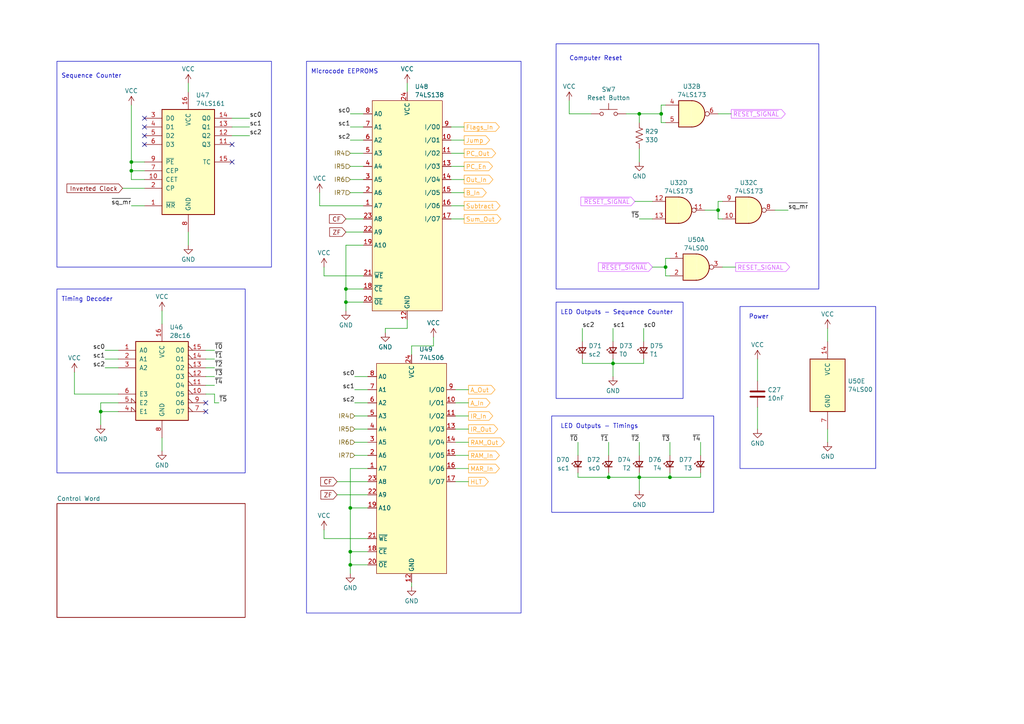
<source format=kicad_sch>
(kicad_sch (version 20230121) (generator eeschema)
  (paper "A4")
  (title_block (title "Control Logic") (date "2024-01-23") (rev "1.0"))
  (lib_symbols
    (symbol "28C16_1"
      (property "Reference" "U" (at 5.08 31.75 0))
      (symbol "28C16_1_0_0"
        (text "" (at 8.89 16.51 0) (effects (font (size 1.27 1.27))))
      )
      (symbol "28C16_1_0_1"
        (rectangle (start -10.16 30.48) (end 10.16 -30.48) (stroke (width 0.1524)) (fill (type background)))
      )
      (symbol "28C16_1_1_1"
        (pin input line (at -12.7 0 0) (length 2.54) (name "A7") (number "1"))
        (pin bidirectional line (at 12.7 19.05 180) (length 2.54) (name "I/O1") (number "10"))
        (pin bidirectional line (at 12.7 15.24 180) (length 2.54) (name "I/O2") (number "11"))
        (pin power_in line (at 0 -33.02 90) (length 2.54) (name "GND") (number "12"))
        (pin bidirectional line (at 12.7 11.43 180) (length 2.54) (name "I/O3") (number "13"))
        (pin bidirectional line (at 12.7 7.62 180) (length 2.54) (name "I/O4") (number "14"))
        (pin bidirectional line (at 12.7 3.81 180) (length 2.54) (name "I/O5") (number "15"))
        (pin bidirectional line (at 12.7 0 180) (length 2.54) (name "I/O6") (number "16"))
        (pin bidirectional line (at 12.7 -3.81 180) (length 2.54) (name "I/O7") (number "17"))
        (pin input line (at -12.7 -24.13 0) (length 2.54) (name "~{CE}") (number "18"))
        (pin input line (at -12.7 -11.43 0) (length 2.54) (name "A10") (number "19"))
        (pin input line (at -12.7 3.81 0) (length 2.54) (name "A6") (number "2"))
        (pin input line (at -12.7 -27.94 0) (length 2.54) (name "~{OE}") (number "20"))
        (pin input line (at -12.7 -20.32 0) (length 2.54) (name "~{WE}") (number "21"))
        (pin input line (at -12.7 -7.62 0) (length 2.54) (name "A9") (number "22"))
        (pin input line (at -12.7 -3.81 0) (length 2.54) (name "A8") (number "23"))
        (pin power_in line (at 0 33.02 270) (length 2.54) (name "VCC") (number "24"))
        (pin input line (at -12.7 7.62 0) (length 2.54) (name "A5") (number "3"))
        (pin input line (at -12.7 11.43 0) (length 2.54) (name "A4") (number "4"))
        (pin input line (at -12.7 15.24 0) (length 2.54) (name "A3") (number "5"))
        (pin input line (at -12.7 19.05 0) (length 2.54) (name "A2") (number "6"))
        (pin input line (at -12.7 22.86 0) (length 2.54) (name "A1") (number "7"))
        (pin input line (at -12.7 26.67 0) (length 2.54) (name "A0") (number "8"))
        (pin bidirectional line (at 12.7 22.86 180) (length 2.54) (name "I/O0") (number "9"))
      )
    )
    (symbol "74xx:74LS00" (pin_names (offset 1.016))
      (property "Reference" "U" (at 0 1.27 0))
      (property "Value" "74LS00" (at 0 -1.27 0))
      (symbol "74LS00_1_1"
        (arc (start 0 -3.81) (mid 3.7934 0) (end 0 3.81) (stroke (width 0.254)) (fill (type background)))
        (polyline (pts (xy 0 3.81) (xy -3.81 3.81) (xy -3.81 -3.81) (xy 0 -3.81)) (stroke (width 0.254)) (fill (type background)))
        (pin input line (at -7.62 2.54 0) (length 3.81) (name "~") (number "1"))
        (pin input line (at -7.62 -2.54 0) (length 3.81) (name "~") (number "2"))
        (pin output inverted (at 7.62 0 180) (length 3.81) (name "~") (number "3"))
      )
      (symbol "74LS00_1_2"
        (arc (start -3.81 -3.81) (mid -2.589 0) (end -3.81 3.81) (stroke (width 0.254)))
        (arc (start -0.6096 -3.81) (mid 2.1842 -2.5851) (end 3.81 0) (stroke (width 0.254)) (fill (type background)))
        (polyline (pts (xy -3.81 -3.81) (xy -0.635 -3.81)) (stroke (width 0.254)) (fill (type background)))
        (polyline (pts (xy -3.81 3.81) (xy -0.635 3.81)) (stroke (width 0.254)) (fill (type background)))
        (polyline (pts (xy -0.635 3.81) (xy -3.81 3.81) (xy -3.81 3.81) (xy -3.556 3.4036) (xy -3.0226 2.2606) (xy -2.6924 1.0414) (xy -2.6162 -0.254) (xy -2.7686 -1.4986) (xy -3.175 -2.7178) (xy -3.81 -3.81) (xy -3.81 -3.81) (xy -0.635 -3.81)) (stroke (width -25.4)) (fill (type background)))
        (arc (start 3.81 0) (mid 2.1915 2.5936) (end -0.6096 3.81) (stroke (width 0.254)) (fill (type background)))
        (pin input inverted (at -7.62 2.54 0) (length 4.318) (name "~") (number "1"))
        (pin input inverted (at -7.62 -2.54 0) (length 4.318) (name "~") (number "2"))
        (pin output line (at 7.62 0 180) (length 3.81) (name "~") (number "3"))
      )
      (symbol "74LS00_2_1"
        (arc (start 0 -3.81) (mid 3.7934 0) (end 0 3.81) (stroke (width 0.254)) (fill (type background)))
        (polyline (pts (xy 0 3.81) (xy -3.81 3.81) (xy -3.81 -3.81) (xy 0 -3.81)) (stroke (width 0.254)) (fill (type background)))
        (pin input line (at -7.62 2.54 0) (length 3.81) (name "~") (number "4"))
        (pin input line (at -7.62 -2.54 0) (length 3.81) (name "~") (number "5"))
        (pin output inverted (at 7.62 0 180) (length 3.81) (name "~") (number "6"))
      )
      (symbol "74LS00_2_2"
        (arc (start -3.81 -3.81) (mid -2.589 0) (end -3.81 3.81) (stroke (width 0.254)))
        (arc (start -0.6096 -3.81) (mid 2.1842 -2.5851) (end 3.81 0) (stroke (width 0.254)) (fill (type background)))
        (polyline (pts (xy -3.81 -3.81) (xy -0.635 -3.81)) (stroke (width 0.254)) (fill (type background)))
        (polyline (pts (xy -3.81 3.81) (xy -0.635 3.81)) (stroke (width 0.254)) (fill (type background)))
        (polyline (pts (xy -0.635 3.81) (xy -3.81 3.81) (xy -3.81 3.81) (xy -3.556 3.4036) (xy -3.0226 2.2606) (xy -2.6924 1.0414) (xy -2.6162 -0.254) (xy -2.7686 -1.4986) (xy -3.175 -2.7178) (xy -3.81 -3.81) (xy -3.81 -3.81) (xy -0.635 -3.81)) (stroke (width -25.4)) (fill (type background)))
        (arc (start 3.81 0) (mid 2.1915 2.5936) (end -0.6096 3.81) (stroke (width 0.254)) (fill (type background)))
        (pin input inverted (at -7.62 2.54 0) (length 4.318) (name "~") (number "4"))
        (pin input inverted (at -7.62 -2.54 0) (length 4.318) (name "~") (number "5"))
        (pin output line (at 7.62 0 180) (length 3.81) (name "~") (number "6"))
      )
      (symbol "74LS00_3_1"
        (arc (start 0 -3.81) (mid 3.7934 0) (end 0 3.81) (stroke (width 0.254)) (fill (type background)))
        (polyline (pts (xy 0 3.81) (xy -3.81 3.81) (xy -3.81 -3.81) (xy 0 -3.81)) (stroke (width 0.254)) (fill (type background)))
        (pin input line (at -7.62 -2.54 0) (length 3.81) (name "~") (number "10"))
        (pin output inverted (at 7.62 0 180) (length 3.81) (name "~") (number "8"))
        (pin input line (at -7.62 2.54 0) (length 3.81) (name "~") (number "9"))
      )
      (symbol "74LS00_3_2"
        (arc (start -3.81 -3.81) (mid -2.589 0) (end -3.81 3.81) (stroke (width 0.254)))
        (arc (start -0.6096 -3.81) (mid 2.1842 -2.5851) (end 3.81 0) (stroke (width 0.254)) (fill (type background)))
        (polyline (pts (xy -3.81 -3.81) (xy -0.635 -3.81)) (stroke (width 0.254)) (fill (type background)))
        (polyline (pts (xy -3.81 3.81) (xy -0.635 3.81)) (stroke (width 0.254)) (fill (type background)))
        (polyline (pts (xy -0.635 3.81) (xy -3.81 3.81) (xy -3.81 3.81) (xy -3.556 3.4036) (xy -3.0226 2.2606) (xy -2.6924 1.0414) (xy -2.6162 -0.254) (xy -2.7686 -1.4986) (xy -3.175 -2.7178) (xy -3.81 -3.81) (xy -3.81 -3.81) (xy -0.635 -3.81)) (stroke (width -25.4)) (fill (type background)))
        (arc (start 3.81 0) (mid 2.1915 2.5936) (end -0.6096 3.81) (stroke (width 0.254)) (fill (type background)))
        (pin input inverted (at -7.62 -2.54 0) (length 4.318) (name "~") (number "10"))
        (pin output line (at 7.62 0 180) (length 3.81) (name "~") (number "8"))
        (pin input inverted (at -7.62 2.54 0) (length 4.318) (name "~") (number "9"))
      )
      (symbol "74LS00_4_1"
        (arc (start 0 -3.81) (mid 3.7934 0) (end 0 3.81) (stroke (width 0.254)) (fill (type background)))
        (polyline (pts (xy 0 3.81) (xy -3.81 3.81) (xy -3.81 -3.81) (xy 0 -3.81)) (stroke (width 0.254)) (fill (type background)))
        (pin output inverted (at 7.62 0 180) (length 3.81) (name "~") (number "11"))
        (pin input line (at -7.62 2.54 0) (length 3.81) (name "~") (number "12"))
        (pin input line (at -7.62 -2.54 0) (length 3.81) (name "~") (number "13"))
      )
      (symbol "74LS00_4_2"
        (arc (start -3.81 -3.81) (mid -2.589 0) (end -3.81 3.81) (stroke (width 0.254)))
        (arc (start -0.6096 -3.81) (mid 2.1842 -2.5851) (end 3.81 0) (stroke (width 0.254)) (fill (type background)))
        (polyline (pts (xy -3.81 -3.81) (xy -0.635 -3.81)) (stroke (width 0.254)) (fill (type background)))
        (polyline (pts (xy -3.81 3.81) (xy -0.635 3.81)) (stroke (width 0.254)) (fill (type background)))
        (polyline (pts (xy -0.635 3.81) (xy -3.81 3.81) (xy -3.81 3.81) (xy -3.556 3.4036) (xy -3.0226 2.2606) (xy -2.6924 1.0414) (xy -2.6162 -0.254) (xy -2.7686 -1.4986) (xy -3.175 -2.7178) (xy -3.81 -3.81) (xy -3.81 -3.81) (xy -0.635 -3.81)) (stroke (width -25.4)) (fill (type background)))
        (arc (start 3.81 0) (mid 2.1915 2.5936) (end -0.6096 3.81) (stroke (width 0.254)) (fill (type background)))
        (pin output line (at 7.62 0 180) (length 3.81) (name "~") (number "11"))
        (pin input inverted (at -7.62 2.54 0) (length 4.318) (name "~") (number "12"))
        (pin input inverted (at -7.62 -2.54 0) (length 4.318) (name "~") (number "13"))
      )
      (symbol "74LS00_5_0"
        (pin power_in line (at 0 12.7 270) (length 5.08) (name "VCC") (number "14"))
        (pin power_in line (at 0 -12.7 90) (length 5.08) (name "GND") (number "7"))
      )
      (symbol "74LS00_5_1"
        (rectangle (start -5.08 7.62) (end 5.08 -7.62) (stroke (width 0.254)) (fill (type background)))
      )
    )
    (symbol "74xx:74LS138" (pin_names (offset 1.016))
      (property "Reference" "U" (at -7.62 11.43 0))
      (property "Value" "74LS138" (at -7.62 -13.97 0))
      (symbol "74LS138_1_0"
        (pin input line (at -12.7 7.62 0) (length 5.08) (name "A0") (number "1"))
        (pin output output_low (at 12.7 -5.08 180) (length 5.08) (name "O5") (number "10"))
        (pin output output_low (at 12.7 -2.54 180) (length 5.08) (name "O4") (number "11"))
        (pin output output_low (at 12.7 0 180) (length 5.08) (name "O3") (number "12"))
        (pin output output_low (at 12.7 2.54 180) (length 5.08) (name "O2") (number "13"))
        (pin output output_low (at 12.7 5.08 180) (length 5.08) (name "O1") (number "14"))
        (pin output output_low (at 12.7 7.62 180) (length 5.08) (name "O0") (number "15"))
        (pin power_in line (at 0 15.24 270) (length 5.08) (name "VCC") (number "16"))
        (pin input line (at -12.7 5.08 0) (length 5.08) (name "A1") (number "2"))
        (pin input line (at -12.7 2.54 0) (length 5.08) (name "A2") (number "3"))
        (pin input input_low (at -12.7 -10.16 0) (length 5.08) (name "E1") (number "4"))
        (pin input input_low (at -12.7 -7.62 0) (length 5.08) (name "E2") (number "5"))
        (pin input line (at -12.7 -5.08 0) (length 5.08) (name "E3") (number "6"))
        (pin output output_low (at 12.7 -10.16 180) (length 5.08) (name "O7") (number "7"))
        (pin power_in line (at 0 -17.78 90) (length 5.08) (name "GND") (number "8"))
        (pin output output_low (at 12.7 -7.62 180) (length 5.08) (name "O6") (number "9"))
      )
      (symbol "74LS138_1_1"
        (rectangle (start -7.62 10.16) (end 7.62 -12.7) (stroke (width 0.254)) (fill (type background)))
      )
    )
    (symbol "74xx:74LS161" (pin_names (offset 1.016))
      (property "Reference" "U" (at -7.62 16.51 0))
      (property "Value" "74LS161" (at -7.62 -16.51 0))
      (symbol "74LS161_1_0"
        (pin input line (at -12.7 -12.7 0) (length 5.08) (name "~{MR}") (number "1"))
        (pin input line (at -12.7 -5.08 0) (length 5.08) (name "CET") (number "10"))
        (pin output line (at 12.7 5.08 180) (length 5.08) (name "Q3") (number "11"))
        (pin output line (at 12.7 7.62 180) (length 5.08) (name "Q2") (number "12"))
        (pin output line (at 12.7 10.16 180) (length 5.08) (name "Q1") (number "13"))
        (pin output line (at 12.7 12.7 180) (length 5.08) (name "Q0") (number "14"))
        (pin output line (at 12.7 0 180) (length 5.08) (name "TC") (number "15"))
        (pin power_in line (at 0 20.32 270) (length 5.08) (name "VCC") (number "16"))
        (pin input line (at -12.7 -7.62 0) (length 5.08) (name "CP") (number "2"))
        (pin input line (at -12.7 12.7 0) (length 5.08) (name "D0") (number "3"))
        (pin input line (at -12.7 10.16 0) (length 5.08) (name "D1") (number "4"))
        (pin input line (at -12.7 7.62 0) (length 5.08) (name "D2") (number "5"))
        (pin input line (at -12.7 5.08 0) (length 5.08) (name "D3") (number "6"))
        (pin input line (at -12.7 -2.54 0) (length 5.08) (name "CEP") (number "7"))
        (pin power_in line (at 0 -20.32 90) (length 5.08) (name "GND") (number "8"))
        (pin input line (at -12.7 0 0) (length 5.08) (name "~{PE}") (number "9"))
      )
      (symbol "74LS161_1_1"
        (rectangle (start -7.62 15.24) (end 7.62 -15.24) (stroke (width 0.254)) (fill (type background)))
      )
    )
    (symbol "Device:C" (pin_numbers hide) (pin_names (offset 0.254))
      (property "Reference" "C" (at 0.635 2.54 0))
      (property "Value" "C" (at 0.635 -2.54 0))
      (symbol "C_0_1"
        (polyline (pts (xy -2.032 -0.762) (xy 2.032 -0.762)) (stroke (width 0.508)))
        (polyline (pts (xy -2.032 0.762) (xy 2.032 0.762)) (stroke (width 0.508)))
      )
      (symbol "C_1_1"
        (pin passive line (at 0 3.81 270) (length 2.794) (name "~") (number "1"))
        (pin passive line (at 0 -3.81 90) (length 2.794) (name "~") (number "2"))
      )
    )
    (symbol "Device:LED_Small" (pin_numbers hide) (pin_names (offset 0.254) hide)
      (property "Reference" "D" (at -1.27 3.175 0))
      (property "Value" "LED_Small" (at -4.445 -2.54 0))
      (symbol "LED_Small_0_1"
        (polyline (pts (xy -0.762 -1.016) (xy -0.762 1.016)) (stroke (width 0.254)))
        (polyline (pts (xy 1.016 0) (xy -0.762 0)))
        (polyline (pts (xy 0.762 -1.016) (xy -0.762 0) (xy 0.762 1.016) (xy 0.762 -1.016)) (stroke (width 0.254)))
        (polyline (pts (xy 0 0.762) (xy -0.508 1.27) (xy -0.254 1.27) (xy -0.508 1.27) (xy -0.508 1.016)))
        (polyline (pts (xy 0.508 1.27) (xy 0 1.778) (xy 0.254 1.778) (xy 0 1.778) (xy 0 1.524)))
      )
      (symbol "LED_Small_1_1"
        (pin passive line (at -2.54 0 0) (length 1.778) (name "K") (number "1"))
        (pin passive line (at 2.54 0 180) (length 1.778) (name "A") (number "2"))
      )
    )
    (symbol "Device:R_US" (pin_numbers hide) (pin_names (offset 0))
      (property "Reference" "R" (at 2.54 0 90))
      (property "Value" "R_US" (at -2.54 0 90))
      (symbol "R_US_0_1"
        (polyline (pts (xy 0 -2.286) (xy 0 -2.54)))
        (polyline (pts (xy 0 2.286) (xy 0 2.54)))
        (polyline (pts (xy 0 -0.762) (xy 1.016 -1.143) (xy 0 -1.524) (xy -1.016 -1.905) (xy 0 -2.286)))
        (polyline (pts (xy 0 0.762) (xy 1.016 0.381) (xy 0 0) (xy -1.016 -0.381) (xy 0 -0.762)))
        (polyline (pts (xy 0 2.286) (xy 1.016 1.905) (xy 0 1.524) (xy -1.016 1.143) (xy 0 0.762)))
      )
      (symbol "R_US_1_1"
        (pin passive line (at 0 3.81 270) (length 1.27) (name "~") (number "1"))
        (pin passive line (at 0 -3.81 90) (length 1.27) (name "~") (number "2"))
      )
    )
    (symbol "Memory_EEPROM:28C16"
      (property "Reference" "U" (at 5.08 31.75 0))
      (symbol "28C16_0_0"
        (text "" (at 8.89 16.51 0) (effects (font (size 1.27 1.27))))
      )
      (symbol "28C16_0_1"
        (rectangle (start -10.16 30.48) (end 10.16 -30.48) (stroke (width 0.1524)) (fill (type background)))
      )
      (symbol "28C16_1_1"
        (pin input line (at -12.7 0 0) (length 2.54) (name "A7") (number "1"))
        (pin bidirectional line (at 12.7 19.05 180) (length 2.54) (name "I/O1") (number "10"))
        (pin bidirectional line (at 12.7 15.24 180) (length 2.54) (name "I/O2") (number "11"))
        (pin power_in line (at 0 -33.02 90) (length 2.54) (name "GND") (number "12"))
        (pin bidirectional line (at 12.7 11.43 180) (length 2.54) (name "I/O3") (number "13"))
        (pin bidirectional line (at 12.7 7.62 180) (length 2.54) (name "I/O4") (number "14"))
        (pin bidirectional line (at 12.7 3.81 180) (length 2.54) (name "I/O5") (number "15"))
        (pin bidirectional line (at 12.7 0 180) (length 2.54) (name "I/O6") (number "16"))
        (pin bidirectional line (at 12.7 -3.81 180) (length 2.54) (name "I/O7") (number "17"))
        (pin input line (at -12.7 -24.13 0) (length 2.54) (name "~{CE}") (number "18"))
        (pin input line (at -12.7 -11.43 0) (length 2.54) (name "A10") (number "19"))
        (pin input line (at -12.7 3.81 0) (length 2.54) (name "A6") (number "2"))
        (pin input line (at -12.7 -27.94 0) (length 2.54) (name "~{OE}") (number "20"))
        (pin input line (at -12.7 -20.32 0) (length 2.54) (name "~{WE}") (number "21"))
        (pin input line (at -12.7 -7.62 0) (length 2.54) (name "A9") (number "22"))
        (pin input line (at -12.7 -3.81 0) (length 2.54) (name "A8") (number "23"))
        (pin power_in line (at 0 33.02 270) (length 2.54) (name "VCC") (number "24"))
        (pin input line (at -12.7 7.62 0) (length 2.54) (name "A5") (number "3"))
        (pin input line (at -12.7 11.43 0) (length 2.54) (name "A4") (number "4"))
        (pin input line (at -12.7 15.24 0) (length 2.54) (name "A3") (number "5"))
        (pin input line (at -12.7 19.05 0) (length 2.54) (name "A2") (number "6"))
        (pin input line (at -12.7 22.86 0) (length 2.54) (name "A1") (number "7"))
        (pin input line (at -12.7 26.67 0) (length 2.54) (name "A0") (number "8"))
        (pin bidirectional line (at 12.7 22.86 180) (length 2.54) (name "I/O0") (number "9"))
      )
    )
    (symbol "Switch:SW_Push" (pin_numbers hide) (pin_names (offset 1.016) hide)
      (property "Reference" "SW" (at 1.27 2.54 0))
      (property "Value" "SW_Push" (at 0 -1.524 0))
      (symbol "SW_Push_0_1"
        (circle (center -2.032 0) (radius 0.508))
        (polyline (pts (xy 0 1.27) (xy 0 3.048)))
        (polyline (pts (xy 2.54 1.27) (xy -2.54 1.27)))
        (circle (center 2.032 0) (radius 0.508))
        (pin passive line (at -5.08 0 0) (length 2.54) (name "1") (number "1"))
        (pin passive line (at 5.08 0 180) (length 2.54) (name "2") (number "2"))
      )
    )
    (symbol "power:GND" (power) (pin_names (offset 0))
      (property "Value" "GND" (at 0 -3.81 0))
      (symbol "GND_0_1"
        (polyline (pts (xy 0 0) (xy 0 -1.27) (xy 1.27 -1.27) (xy 0 -2.54) (xy -1.27 -1.27) (xy 0 -1.27)))
      )
      (symbol "GND_1_1"
        (pin power_in line (at 0 0 270) (length 0) hide (name "GND") (number "1"))
      )
    )
    (symbol "power:VCC" (power) (pin_names (offset 0))
      (property "Value" "VCC" (at 0 3.81 0))
      (symbol "VCC_0_1"
        (polyline (pts (xy -0.762 1.27) (xy 0 2.54)))
        (polyline (pts (xy 0 0) (xy 0 2.54)))
        (polyline (pts (xy 0 2.54) (xy 0.762 1.27)))
      )
      (symbol "VCC_1_1"
        (pin power_in line (at 0 0 90) (length 0) hide (name "VCC") (number "1"))
      )
    )
  )
  (junction (at 177.8 105.41))
  (junction (at 208.28 60.96))
  (junction (at 100.33 83.82))
  (junction (at 38.1 46.99))
  (junction (at 38.1 49.53))
  (junction (at 101.6 160.02))
  (junction (at 29.21 119.38))
  (junction (at 185.42 33.02))
  (junction (at 193.04 77.47))
  (junction (at 191.77 33.02))
  (junction (at 101.6 163.83))
  (junction (at 176.53 138.43))
  (junction (at 101.6 147.32))
  (junction (at 194.31 138.43))
  (junction (at 100.33 87.63))
  (junction (at 185.42 138.43))
  (no_connect (at 67.31 46.99))
  (no_connect (at 59.69 119.38))
  (no_connect (at 41.91 41.91))
  (no_connect (at 41.91 34.29))
  (no_connect (at 41.91 39.37))
  (no_connect (at 41.91 36.83))
  (no_connect (at 59.69 116.84))
  (no_connect (at 67.31 41.91))
  (wire (pts (xy 100.33 71.12) (xy 100.33 83.82)))
  (wire (pts (xy 193.04 74.93) (xy 193.04 77.47)))
  (wire (pts (xy 132.08 139.7) (xy 135.89 139.7)))
  (wire (pts (xy 132.08 116.84) (xy 135.89 116.84)))
  (wire (pts (xy 185.42 33.02) (xy 191.77 33.02)))
  (wire (pts (xy 97.79 143.51) (xy 106.68 143.51)))
  (wire (pts (xy 130.81 52.07) (xy 134.62 52.07)))
  (wire (pts (xy 185.42 137.16) (xy 185.42 138.43)))
  (wire (pts (xy 132.08 128.27) (xy 135.89 128.27)))
  (wire (pts (xy 38.1 49.53) (xy 38.1 46.99)))
  (wire (pts (xy 203.2 137.16) (xy 203.2 138.43)))
  (wire (pts (xy 62.23 116.84) (xy 62.23 114.3)))
  (wire (pts (xy 184.15 58.42) (xy 189.23 58.42)))
  (wire (pts (xy 193.04 30.48) (xy 191.77 30.48)))
  (wire (pts (xy 67.31 36.83) (xy 72.39 36.83)))
  (wire (pts (xy 176.53 128.27) (xy 176.53 132.08)))
  (wire (pts (xy 102.87 128.27) (xy 106.68 128.27)))
  (wire (pts (xy 130.81 55.88) (xy 134.62 55.88)))
  (wire (pts (xy 189.23 77.47) (xy 193.04 77.47)))
  (wire (pts (xy 106.68 156.21) (xy 93.98 156.21)))
  (wire (pts (xy 59.69 111.76) (xy 62.23 111.76)))
  (wire (pts (xy 130.81 63.5) (xy 134.62 63.5)))
  (wire (pts (xy 219.71 104.14) (xy 219.71 110.49)))
  (wire (pts (xy 100.33 83.82) (xy 100.33 87.63)))
  (wire (pts (xy 46.99 90.17) (xy 46.99 93.98)))
  (wire (pts (xy 105.41 80.01) (xy 93.98 80.01)))
  (wire (pts (xy 59.69 104.14) (xy 62.23 104.14)))
  (wire (pts (xy 208.28 33.02) (xy 212.09 33.02)))
  (wire (pts (xy 209.55 58.42) (xy 208.28 58.42)))
  (wire (pts (xy 38.1 46.99) (xy 41.91 46.99)))
  (wire (pts (xy 208.28 58.42) (xy 208.28 60.96)))
  (wire (pts (xy 30.48 101.6) (xy 34.29 101.6)))
  (wire (pts (xy 100.33 87.63) (xy 105.41 87.63)))
  (wire (pts (xy 105.41 71.12) (xy 100.33 71.12)))
  (wire (pts (xy 62.23 116.84) (xy 63.5 116.84)))
  (wire (pts (xy 41.91 59.69) (xy 38.1 59.69)))
  (wire (pts (xy 177.8 95.25) (xy 177.8 99.06)))
  (wire (pts (xy 62.23 114.3) (xy 59.69 114.3)))
  (wire (pts (xy 102.87 120.65) (xy 106.68 120.65)))
  (wire (pts (xy 100.33 87.63) (xy 100.33 90.17)))
  (wire (pts (xy 101.6 52.07) (xy 105.41 52.07)))
  (wire (pts (xy 177.8 105.41) (xy 177.8 109.22)))
  (wire (pts (xy 193.04 74.93) (xy 194.31 74.93)))
  (wire (pts (xy 165.1 33.02) (xy 171.45 33.02)))
  (wire (pts (xy 177.8 104.14) (xy 177.8 105.41)))
  (wire (pts (xy 219.71 118.11) (xy 219.71 124.46)))
  (wire (pts (xy 194.31 128.27) (xy 194.31 132.08)))
  (wire (pts (xy 102.87 124.46) (xy 106.68 124.46)))
  (wire (pts (xy 38.1 49.53) (xy 41.91 49.53)))
  (wire (pts (xy 106.68 147.32) (xy 101.6 147.32)))
  (wire (pts (xy 38.1 52.07) (xy 41.91 52.07)))
  (wire (pts (xy 181.61 33.02) (xy 185.42 33.02)))
  (wire (pts (xy 191.77 33.02) (xy 191.77 35.56)))
  (wire (pts (xy 105.41 63.5) (xy 100.33 63.5)))
  (wire (pts (xy 194.31 137.16) (xy 194.31 138.43)))
  (wire (pts (xy 101.6 147.32) (xy 101.6 160.02)))
  (wire (pts (xy 92.71 59.69) (xy 92.71 55.88)))
  (wire (pts (xy 101.6 44.45) (xy 105.41 44.45)))
  (wire (pts (xy 132.08 120.65) (xy 135.89 120.65)))
  (wire (pts (xy 101.6 36.83) (xy 105.41 36.83)))
  (wire (pts (xy 35.56 54.61) (xy 41.91 54.61)))
  (wire (pts (xy 132.08 135.89) (xy 135.89 135.89)))
  (wire (pts (xy 93.98 156.21) (xy 93.98 153.67)))
  (wire (pts (xy 168.91 104.14) (xy 168.91 105.41)))
  (wire (pts (xy 186.69 95.25) (xy 186.69 99.06)))
  (wire (pts (xy 67.31 39.37) (xy 72.39 39.37)))
  (wire (pts (xy 118.11 24.13) (xy 118.11 26.67)))
  (wire (pts (xy 46.99 127) (xy 46.99 130.81)))
  (wire (pts (xy 240.03 95.25) (xy 240.03 99.06)))
  (wire (pts (xy 29.21 119.38) (xy 29.21 123.19)))
  (wire (pts (xy 130.81 59.69) (xy 134.62 59.69)))
  (wire (pts (xy 101.6 33.02) (xy 105.41 33.02)))
  (wire (pts (xy 209.55 77.47) (xy 213.36 77.47)))
  (wire (pts (xy 118.11 95.25) (xy 111.76 95.25)))
  (wire (pts (xy 194.31 138.43) (xy 185.42 138.43)))
  (wire (pts (xy 191.77 30.48) (xy 191.77 33.02)))
  (wire (pts (xy 119.38 100.33) (xy 119.38 102.87)))
  (wire (pts (xy 132.08 124.46) (xy 135.89 124.46)))
  (wire (pts (xy 167.64 128.27) (xy 167.64 132.08)))
  (wire (pts (xy 101.6 135.89) (xy 101.6 147.32)))
  (wire (pts (xy 167.64 138.43) (xy 167.64 137.16)))
  (wire (pts (xy 21.59 114.3) (xy 21.59 107.95)))
  (wire (pts (xy 59.69 101.6) (xy 62.23 101.6)))
  (wire (pts (xy 100.33 67.31) (xy 105.41 67.31)))
  (wire (pts (xy 30.48 104.14) (xy 34.29 104.14)))
  (wire (pts (xy 130.81 40.64) (xy 134.62 40.64)))
  (wire (pts (xy 105.41 83.82) (xy 100.33 83.82)))
  (wire (pts (xy 102.87 132.08) (xy 106.68 132.08)))
  (wire (pts (xy 193.04 77.47) (xy 193.04 80.01)))
  (wire (pts (xy 165.1 29.21) (xy 165.1 33.02)))
  (wire (pts (xy 54.61 24.13) (xy 54.61 26.67)))
  (wire (pts (xy 168.91 105.41) (xy 177.8 105.41)))
  (wire (pts (xy 101.6 160.02) (xy 101.6 163.83)))
  (wire (pts (xy 38.1 52.07) (xy 38.1 49.53)))
  (wire (pts (xy 176.53 137.16) (xy 176.53 138.43)))
  (wire (pts (xy 54.61 67.31) (xy 54.61 71.12)))
  (wire (pts (xy 29.21 119.38) (xy 34.29 119.38)))
  (wire (pts (xy 176.53 138.43) (xy 167.64 138.43)))
  (wire (pts (xy 132.08 113.03) (xy 135.89 113.03)))
  (wire (pts (xy 191.77 35.56) (xy 193.04 35.56)))
  (wire (pts (xy 92.71 59.69) (xy 105.41 59.69)))
  (wire (pts (xy 59.69 106.68) (xy 62.23 106.68)))
  (wire (pts (xy 29.21 116.84) (xy 29.21 119.38)))
  (wire (pts (xy 240.03 124.46) (xy 240.03 128.27)))
  (wire (pts (xy 38.1 46.99) (xy 38.1 30.48)))
  (wire (pts (xy 186.69 105.41) (xy 186.69 104.14)))
  (wire (pts (xy 194.31 80.01) (xy 193.04 80.01)))
  (wire (pts (xy 67.31 34.29) (xy 72.39 34.29)))
  (wire (pts (xy 106.68 135.89) (xy 101.6 135.89)))
  (wire (pts (xy 185.42 43.18) (xy 185.42 46.99)))
  (wire (pts (xy 130.81 36.83) (xy 134.62 36.83)))
  (wire (pts (xy 97.79 139.7) (xy 106.68 139.7)))
  (wire (pts (xy 59.69 109.22) (xy 62.23 109.22)))
  (wire (pts (xy 29.21 116.84) (xy 34.29 116.84)))
  (wire (pts (xy 102.87 109.22) (xy 106.68 109.22)))
  (wire (pts (xy 102.87 113.03) (xy 106.68 113.03)))
  (wire (pts (xy 203.2 128.27) (xy 203.2 132.08)))
  (wire (pts (xy 101.6 163.83) (xy 101.6 166.37)))
  (wire (pts (xy 208.28 60.96) (xy 208.28 63.5)))
  (wire (pts (xy 119.38 100.33) (xy 125.73 100.33)))
  (wire (pts (xy 130.81 48.26) (xy 134.62 48.26)))
  (wire (pts (xy 203.2 138.43) (xy 194.31 138.43)))
  (wire (pts (xy 102.87 116.84) (xy 106.68 116.84)))
  (wire (pts (xy 185.42 138.43) (xy 176.53 138.43)))
  (wire (pts (xy 130.81 44.45) (xy 134.62 44.45)))
  (wire (pts (xy 125.73 97.79) (xy 125.73 100.33)))
  (wire (pts (xy 185.42 63.5) (xy 189.23 63.5)))
  (wire (pts (xy 101.6 48.26) (xy 105.41 48.26)))
  (wire (pts (xy 119.38 168.91) (xy 119.38 170.18)))
  (wire (pts (xy 185.42 33.02) (xy 185.42 35.56)))
  (wire (pts (xy 132.08 132.08) (xy 135.89 132.08)))
  (wire (pts (xy 30.48 106.68) (xy 34.29 106.68)))
  (wire (pts (xy 168.91 95.25) (xy 168.91 99.06)))
  (wire (pts (xy 111.76 95.25) (xy 111.76 96.52)))
  (wire (pts (xy 34.29 114.3) (xy 21.59 114.3)))
  (wire (pts (xy 101.6 40.64) (xy 105.41 40.64)))
  (wire (pts (xy 177.8 105.41) (xy 186.69 105.41)))
  (wire (pts (xy 224.79 60.96) (xy 228.6 60.96)))
  (wire (pts (xy 204.47 60.96) (xy 208.28 60.96)))
  (wire (pts (xy 101.6 55.88) (xy 105.41 55.88)))
  (wire (pts (xy 185.42 138.43) (xy 185.42 142.24)))
  (wire (pts (xy 118.11 95.25) (xy 118.11 92.71)))
  (wire (pts (xy 106.68 160.02) (xy 101.6 160.02)))
  (wire (pts (xy 101.6 163.83) (xy 106.68 163.83)))
  (wire (pts (xy 185.42 128.27) (xy 185.42 132.08)))
  (wire (pts (xy 93.98 80.01) (xy 93.98 77.47)))
  (wire (pts (xy 208.28 63.5) (xy 209.55 63.5)))
  (rectangle (start 161.29 87.63) (end 198.12 115.57))
  (rectangle (start 160.02 120.65) (end 207.01 148.59))
  (rectangle (start 214.63 88.9) (end 254 135.89))
  (rectangle (start 88.9 17.78) (end 151.13 177.8))
  (rectangle (start 16.51 83.82) (end 71.12 137.16))
  (rectangle (start 161.29 12.7) (end 237.49 83.82))
  (rectangle (start 16.51 17.78) (end 78.74 77.47))
  (text "Sequence Counter" (at 17.78 22.86 0) (effects (font (size 1.27 1.27)) (justify left bottom)))
  (text "Timing Decoder" (at 17.78 87.63 0) (effects (font (size 1.27 1.27)) (justify left bottom)))
  (text "Computer Reset" (at 165.1 17.78 0) (effects (font (size 1.27 1.27)) (justify left bottom)))
  (text "LED Outputs - Timings" (at 162.56 124.46 0) (effects (font (size 1.27 1.27)) (justify left bottom)))
  (text "Microcode EEPROMS\n" (at 90.17 21.59 0) (effects (font (size 1.27 1.27)) (justify left bottom)))
  (text "LED Outputs - Sequence Counter" (at 162.56 91.44 0) (effects (font (size 1.27 1.27)) (justify left bottom)))
  (text "Power" (at 217.17 92.71 0) (effects (font (size 1.27 1.27)) (justify left bottom)))
  (label "~{T1}" (at 62.23 104.14 0))
  (label "sc2" (at 101.6 40.64 180))
  (label "~{T2}" (at 185.42 128.27 180))
  (label "~{sq_mr}" (at 38.1 59.69 180))
  (label "sc1" (at 101.6 36.83 180))
  (label "~{T2}" (at 62.23 106.68 0))
  (label "~{T4}" (at 203.2 128.27 180))
  (label "sc1" (at 30.48 104.14 180))
  (label "sc1" (at 177.8 95.25 0))
  (label "~{T5}" (at 185.42 63.5 180))
  (label "~{T0}" (at 167.64 128.27 180))
  (label "~{sq_mr}" (at 228.6 60.96 0))
  (label "~{T3}" (at 194.31 128.27 180))
  (label "sc2" (at 102.87 116.84 180))
  (label "sc0" (at 186.69 95.25 0))
  (label "~{T3}" (at 62.23 109.22 0))
  (label "sc0" (at 30.48 101.6 180))
  (label "sc1" (at 102.87 113.03 180))
  (label "sc0" (at 72.39 34.29 0))
  (label "~{T5}" (at 63.5 116.84 0))
  (label "sc2" (at 30.48 106.68 180))
  (label "sc0" (at 102.87 109.22 180))
  (label "sc0" (at 101.6 33.02 180))
  (label "~{T4}" (at 62.23 111.76 0))
  (label "~{T0}" (at 62.23 101.6 0))
  (label "sc2" (at 168.91 95.25 0))
  (label "sc2" (at 72.39 39.37 0))
  (label "~{T1}" (at 176.53 128.27 180))
  (label "sc1" (at 72.39 36.83 0))
  (global_label "~{RESET_SIGNAL}" (shape input) (at 184.15 58.42 180) (property "Intersheetrefs" "${INTERSHEET_REFS}" (effects hide)))
  (global_label "~{RESET_SIGNAL}" (shape input) (at 189.23 77.47 180) (property "Intersheetrefs" "${INTERSHEET_REFS}" (effects hide)))
  (global_label "Flags_In" (shape output) (at 134.62 36.83 0) (property "Intersheetrefs" "${INTERSHEET_REFS}" (effects hide)))
  (global_label "Inverted Clock" (shape input) (at 35.56 54.61 180) (property "Intersheetrefs" "${INTERSHEET_REFS}" (effects hide)))
  (global_label "Sum_Out" (shape output) (at 134.62 63.5 0) (property "Intersheetrefs" "${INTERSHEET_REFS}" (effects hide)))
  (global_label "HLT" (shape output) (at 135.89 139.7 0) (property "Intersheetrefs" "${INTERSHEET_REFS}" (effects hide)))
  (global_label "B_In" (shape output) (at 134.62 55.88 0) (property "Intersheetrefs" "${INTERSHEET_REFS}" (effects hide)))
  (global_label "IR_In" (shape output) (at 135.89 120.65 0) (property "Intersheetrefs" "${INTERSHEET_REFS}" (effects hide)))
  (global_label "A_In" (shape output) (at 135.89 116.84 0) (property "Intersheetrefs" "${INTERSHEET_REFS}" (effects hide)))
  (global_label "~{RESET_SIGNAL}" (shape output) (at 212.09 33.02 0) (property "Intersheetrefs" "${INTERSHEET_REFS}" (effects hide)))
  (global_label "ZF" (shape input) (at 97.79 143.51 180) (property "Intersheetrefs" "${INTERSHEET_REFS}" (effects hide)))
  (global_label "MAR_In" (shape output) (at 135.89 135.89 0) (property "Intersheetrefs" "${INTERSHEET_REFS}" (effects hide)))
  (global_label "RAM_Out" (shape output) (at 135.89 128.27 0) (property "Intersheetrefs" "${INTERSHEET_REFS}" (effects hide)))
  (global_label "Out_In" (shape output) (at 134.62 52.07 0) (property "Intersheetrefs" "${INTERSHEET_REFS}" (effects hide)))
  (global_label "Subtract" (shape output) (at 134.62 59.69 0) (property "Intersheetrefs" "${INTERSHEET_REFS}" (effects hide)))
  (global_label "PC_Out" (shape output) (at 134.62 44.45 0) (property "Intersheetrefs" "${INTERSHEET_REFS}" (effects hide)))
  (global_label "A_Out" (shape output) (at 135.89 113.03 0) (property "Intersheetrefs" "${INTERSHEET_REFS}" (effects hide)))
  (global_label "PC_En" (shape output) (at 134.62 48.26 0) (property "Intersheetrefs" "${INTERSHEET_REFS}" (effects hide)))
  (global_label "IR_Out" (shape output) (at 135.89 124.46 0) (property "Intersheetrefs" "${INTERSHEET_REFS}" (effects hide)))
  (global_label "RAM_In" (shape output) (at 135.89 132.08 0) (property "Intersheetrefs" "${INTERSHEET_REFS}" (effects hide)))
  (global_label "RESET_SIGNAL" (shape output) (at 213.36 77.47 0) (property "Intersheetrefs" "${INTERSHEET_REFS}" (effects hide)))
  (global_label "CF" (shape input) (at 97.79 139.7 180) (property "Intersheetrefs" "${INTERSHEET_REFS}" (effects hide)))
  (global_label "ZF" (shape input) (at 100.33 67.31 180) (property "Intersheetrefs" "${INTERSHEET_REFS}" (effects hide)))
  (global_label "CF" (shape input) (at 100.33 63.5 180) (property "Intersheetrefs" "${INTERSHEET_REFS}" (effects hide)))
  (global_label "Jump" (shape output) (at 134.62 40.64 0) (property "Intersheetrefs" "${INTERSHEET_REFS}" (effects hide)))
  (hierarchical_label "IR7" (shape input) (at 102.87 132.08 180))
  (hierarchical_label "IR4" (shape input) (at 101.6 44.45 180))
  (hierarchical_label "IR5" (shape input) (at 102.87 124.46 180))
  (hierarchical_label "IR6" (shape input) (at 101.6 52.07 180))
  (hierarchical_label "IR5" (shape input) (at 101.6 48.26 180))
  (hierarchical_label "IR4" (shape input) (at 102.87 120.65 180))
  (hierarchical_label "IR6" (shape input) (at 102.87 128.27 180))
  (hierarchical_label "IR7" (shape input) (at 101.6 55.88 180))
  (symbol (lib_id "Device:C") (at 219.71 114.3 0) (unit 1)
    (property "Reference" "C27" (at 222.631 113.0879 0) (effects (justify left)))
    (property "Value" "10nF" (at 222.631 115.5121 0) (effects (justify left)))
    (property "Footprint" "Capacitor_THT:C_Disc_D3.4mm_W2.1mm_P2.50mm" (effects hide))
  )
  (symbol (lib_id "Device:LED_Small") (at 168.91 101.6 90) (unit 1)
    (property "Reference" "D71" (at 170.688 100.3244 90) (effects (justify right)))
    (property "Value" "sc2" (at 170.688 102.7486 90) (effects (justify right)))
    (property "Footprint" "LED_THT:LED_D5.0mm" (effects hide))
  )
  (symbol (lib_id "Device:R_US") (at 185.42 39.37 0) (unit 1)
    (property "Reference" "R29" (at 187.071 38.1579 0) (effects (justify left)))
    (property "Value" "330" (at 187.071 40.5821 0) (effects (justify left)))
    (property "Footprint" "Resistor_THT:R_Axial_DIN0207_L6.3mm_D2.5mm_P7.62mm_Horizontal" (effects hide))
  )
  (symbol (lib_id "74xx:74LS161") (at 54.61 46.99 0) (unit 1)
    (property "Reference" "U47" (at 56.8041 27.6057 0) (effects (justify left)))
    (property "Value" "74LS161" (at 56.8041 30.0299 0) (effects (justify left)))
    (property "Footprint" "Package_DIP:DIP-16_W7.62mm" (effects hide))
    (property "Datasheet" "http://www.ti.com/lit/gpn/sn74LS161" (effects hide))
  )
  (symbol (lib_id "Device:LED_Small") (at 177.8 101.6 90) (unit 1)
    (property "Reference" "D73" (at 179.578 100.3244 90) (effects (justify right)))
    (property "Value" "T0" (at 179.578 102.7486 90) (effects (justify right)))
    (property "Footprint" "LED_THT:LED_D5.0mm" (effects hide))
  )
  (symbol (lib_id "74xx:74LS00") (at 200.66 33.02 0) (unit 2)
    (property "Reference" "U32" (at 200.6517 25.0657 0))
    (property "Value" "74LS173" (at 200.6517 27.4899 0))
    (property "Footprint" "Package_DIP:DIP-16_W7.62mm" (effects hide))
    (property "Datasheet" "http://www.ti.com/lit/gpn/sn74ls00" (effects hide))
  )
  (symbol (lib_id "Device:LED_Small") (at 194.31 134.62 90) (unit 1)
    (property "Reference" "D76" (at 191.897 133.3444 90) (effects (justify left)))
    (property "Value" "T4" (at 191.897 135.7686 90) (effects (justify left)))
    (property "Footprint" "LED_THT:LED_D5.0mm" (effects hide))
  )
  (symbol (lib_id "power:GND") (at 185.42 46.99 0) (unit 1)
    (property "Reference" "#PWR0204" (effects hide))
    (property "Value" "GND" (at 185.42 51.1231 0))
  )
  (symbol (lib_id "power:VCC") (at 92.71 55.88 0) (unit 1)
    (property "Reference" "#PWR0193" (effects hide))
    (property "Value" "VCC" (at 92.71 51.7469 0))
  )
  (symbol (lib_id "power:VCC") (at 165.1 29.21 0) (unit 1)
    (property "Reference" "#PWR0202" (effects hide))
    (property "Value" "VCC" (at 165.1 25.0769 0))
  )
  (symbol (lib_id "74xx:74LS138") (at 46.99 109.22 0) (unit 1)
    (property "Reference" "U46" (at 49.1841 94.9157 0) (effects (justify left)))
    (property "Value" "28c16" (at 49.1841 97.3399 0) (effects (justify left)))
    (property "Footprint" "Package_DIP:DIP-24_W15.24mm_Socket" (effects hide))
    (property "Datasheet" "http://www.ti.com/lit/gpn/sn74LS138" (effects hide))
  )
  (symbol (lib_id "power:VCC") (at 125.73 97.79 0) (unit 1)
    (property "Reference" "#PWR0201" (effects hide))
    (property "Value" "VCC" (at 125.73 93.6569 0))
  )
  (symbol (lib_id "74xx:74LS00") (at 240.03 111.76 0) (unit 5)
    (property "Reference" "U50" (at 245.872 110.5479 0) (effects (justify left)))
    (property "Value" "74LS00" (at 245.872 112.9721 0) (effects (justify left)))
    (property "Footprint" "Package_DIP:DIP-14_W7.62mm" (effects hide))
    (property "Datasheet" "http://www.ti.com/lit/gpn/sn74ls00" (effects hide))
  )
  (symbol (lib_id "power:VCC") (at 93.98 153.67 0) (unit 1)
    (property "Reference" "#PWR0195" (effects hide))
    (property "Value" "VCC" (at 93.98 149.5369 0))
  )
  (symbol (lib_id "power:VCC") (at 219.71 104.14 0) (unit 1)
    (property "Reference" "#PWR0206" (effects hide))
    (property "Value" "VCC" (at 219.71 100.0069 0))
  )
  (symbol (lib_id "power:VCC") (at 46.99 90.17 0) (unit 1)
    (property "Reference" "#PWR0189" (effects hide))
    (property "Value" "VCC" (at 46.99 86.0369 0))
  )
  (symbol (lib_id "power:GND") (at 54.61 71.12 0) (unit 1)
    (property "Reference" "#PWR0192" (effects hide))
    (property "Value" "GND" (at 54.61 75.2531 0))
  )
  (symbol (lib_id "Device:LED_Small") (at 167.64 134.62 90) (unit 1)
    (property "Reference" "D70" (at 165.227 133.3444 90) (effects (justify left)))
    (property "Value" "sc1" (at 165.227 135.7686 90) (effects (justify left)))
    (property "Footprint" "LED_THT:LED_D5.0mm" (effects hide))
  )
  (symbol (lib_id "power:VCC") (at 240.03 95.25 0) (unit 1)
    (property "Reference" "#PWR0208" (effects hide))
    (property "Value" "VCC" (at 240.03 91.1169 0))
  )
  (symbol (lib_id "power:GND") (at 29.21 123.19 0) (unit 1)
    (property "Reference" "#PWR0187" (effects hide))
    (property "Value" "GND" (at 29.21 127.3231 0))
  )
  (symbol (lib_id "Device:LED_Small") (at 203.2 134.62 90) (unit 1)
    (property "Reference" "D77" (at 200.787 133.3444 90) (effects (justify left)))
    (property "Value" "T3" (at 200.787 135.7686 90) (effects (justify left)))
    (property "Footprint" "LED_THT:LED_D5.0mm" (effects hide))
  )
  (symbol (lib_id "74xx:74LS00") (at 201.93 77.47 0) (unit 1)
    (property "Reference" "U50" (at 201.9217 69.5157 0))
    (property "Value" "74LS00" (at 201.9217 71.9399 0))
    (property "Footprint" "Package_DIP:DIP-14_W7.62mm" (effects hide))
    (property "Datasheet" "http://www.ti.com/lit/gpn/sn74ls00" (effects hide))
  )
  (symbol (lib_id "74xx:74LS00") (at 196.85 60.96 0) (unit 4)
    (property "Reference" "U32" (at 196.8417 53.0057 0))
    (property "Value" "74LS173" (at 196.8417 55.4299 0))
    (property "Footprint" "Package_DIP:DIP-16_W7.62mm" (effects hide))
    (property "Datasheet" "http://www.ti.com/lit/gpn/sn74ls00" (effects hide))
  )
  (symbol (lib_id "74xx:74LS00") (at 217.17 60.96 0) (unit 3)
    (property "Reference" "U32" (at 217.1617 53.0057 0))
    (property "Value" "74LS173" (at 217.1617 55.4299 0))
    (property "Footprint" "Package_DIP:DIP-16_W7.62mm" (effects hide))
    (property "Datasheet" "http://www.ti.com/lit/gpn/sn74ls00" (effects hide))
  )
  (symbol (lib_id "power:GND") (at 219.71 124.46 0) (unit 1)
    (property "Reference" "#PWR0207" (effects hide))
    (property "Value" "GND" (at 219.71 128.5931 0))
  )
  (symbol (lib_id "power:GND") (at 101.6 166.37 0) (unit 1)
    (property "Reference" "#PWR0197" (effects hide))
    (property "Value" "GND" (at 101.6 170.5031 0))
  )
  (symbol (lib_id "power:GND") (at 240.03 128.27 0) (unit 1)
    (property "Reference" "#PWR0209" (effects hide))
    (property "Value" "GND" (at 240.03 132.4031 0))
  )
  (symbol (lib_id "power:VCC") (at 21.59 107.95 0) (unit 1)
    (property "Reference" "#PWR0186" (effects hide))
    (property "Value" "VCC" (at 21.59 103.8169 0))
  )
  (symbol (lib_id "power:GND") (at 100.33 90.17 0) (unit 1)
    (property "Reference" "#PWR0196" (effects hide))
    (property "Value" "GND" (at 100.33 94.3031 0))
  )
  (symbol (lib_id "power:VCC") (at 54.61 24.13 0) (unit 1)
    (property "Reference" "#PWR0191" (effects hide))
    (property "Value" "VCC" (at 54.61 19.9969 0))
  )
  (symbol (lib_id "power:VCC") (at 93.98 77.47 0) (unit 1)
    (property "Reference" "#PWR0194" (effects hide))
    (property "Value" "VCC" (at 93.98 73.3369 0))
  )
  (symbol (lib_name "28C16_1") (lib_id "Memory_EEPROM:28C16") (at 118.11 59.69 0) (unit 1)
    (property "Reference" "U48" (at 120.3041 25.1165 0) (effects (justify left)))
    (property "Value" "74LS138" (at 120.3041 27.5407 0) (effects (justify left)))
    (property "Footprint" "Package_DIP:DIP-16_W7.62mm" (effects hide))
  )
  (symbol (lib_id "Memory_EEPROM:28C16") (at 119.38 135.89 0) (unit 1)
    (property "Reference" "U49" (at 121.5741 101.3165 0) (effects (justify left)))
    (property "Value" "74LS06" (at 121.5741 103.7407 0) (effects (justify left)))
    (property "Footprint" "Package_DIP:DIP-14_W7.62mm" (effects hide))
  )
  (symbol (lib_id "power:GND") (at 185.42 142.24 0) (mirror y) (unit 1)
    (property "Reference" "#PWR0205" (effects hide))
    (property "Value" "GND" (at 185.42 146.3731 0))
  )
  (symbol (lib_id "power:GND") (at 177.8 109.22 0) (unit 1)
    (property "Reference" "#PWR0203" (effects hide))
    (property "Value" "GND" (at 177.8 113.3531 0))
  )
  (symbol (lib_id "power:GND") (at 111.76 96.52 0) (unit 1)
    (property "Reference" "#PWR0198" (effects hide))
    (property "Value" "GND" (at 111.76 100.6531 0))
  )
  (symbol (lib_id "power:VCC") (at 38.1 30.48 0) (unit 1)
    (property "Reference" "#PWR0188" (effects hide))
    (property "Value" "VCC" (at 38.1 26.3469 0))
  )
  (symbol (lib_id "power:GND") (at 119.38 170.18 0) (unit 1)
    (property "Reference" "#PWR0200" (effects hide))
    (property "Value" "GND" (at 119.38 174.3131 0))
  )
  (symbol (lib_id "power:VCC") (at 118.11 24.13 0) (unit 1)
    (property "Reference" "#PWR0199" (effects hide))
    (property "Value" "VCC" (at 118.11 19.9969 0))
  )
  (symbol (lib_id "power:GND") (at 46.99 130.81 0) (unit 1)
    (property "Reference" "#PWR0190" (effects hide))
    (property "Value" "GND" (at 46.99 134.9431 0))
  )
  (symbol (lib_id "Device:LED_Small") (at 185.42 134.62 90) (unit 1)
    (property "Reference" "D74" (at 183.007 133.3444 90) (effects (justify left)))
    (property "Value" "T2" (at 183.007 135.7686 90) (effects (justify left)))
    (property "Footprint" "LED_THT:LED_D5.0mm" (effects hide))
  )
  (symbol (lib_id "Switch:SW_Push") (at 176.53 33.02 0) (unit 1)
    (property "Reference" "SW7" (at 176.53 25.9547 0))
    (property "Value" "Reset Button" (at 176.53 28.3789 0))
    (property "Footprint" "Button_Switch_THT:SW_PUSH_6mm" (effects hide))
  )
  (symbol (lib_id "Device:LED_Small") (at 186.69 101.6 90) (unit 1)
    (property "Reference" "D75" (at 188.468 100.3244 90) (effects (justify right)))
    (property "Value" "T1" (at 188.468 102.7486 90) (effects (justify right)))
    (property "Footprint" "LED_THT:LED_D5.0mm" (effects hide))
  )
  (symbol (lib_id "Device:LED_Small") (at 176.53 134.62 90) (unit 1)
    (property "Reference" "D72" (at 174.117 133.3444 90) (effects (justify left)))
    (property "Value" "sc0" (at 174.117 135.7686 90) (effects (justify left)))
    (property "Footprint" "LED_THT:LED_D5.0mm" (effects hide))
  )
  (sheet (at 16.51 146.05) (size 54.61 33.02) (stroke (width 0.1524))
    (property "Sheetname" "Control Word" (at 16.51 145.3384 0) (effects (justify left bottom)))
    (property "Sheetfile" "Control_Word.kicad_sch" (effects hide))
  )
)
</source>
